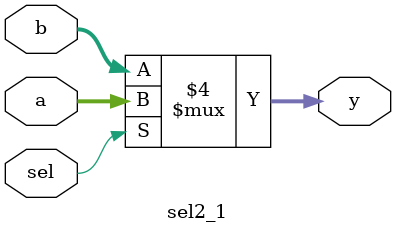
<source format=v>
`timescale 1ns / 1ps


module sel2_1(
    input sel,
    input [3:0] a,
    input [3:0] b,
    output reg [3:0] y
    );
    always @(sel,a,b)
    begin
        if(sel==1)
            y=a;
        else
            y=b;
    end
endmodule

</source>
